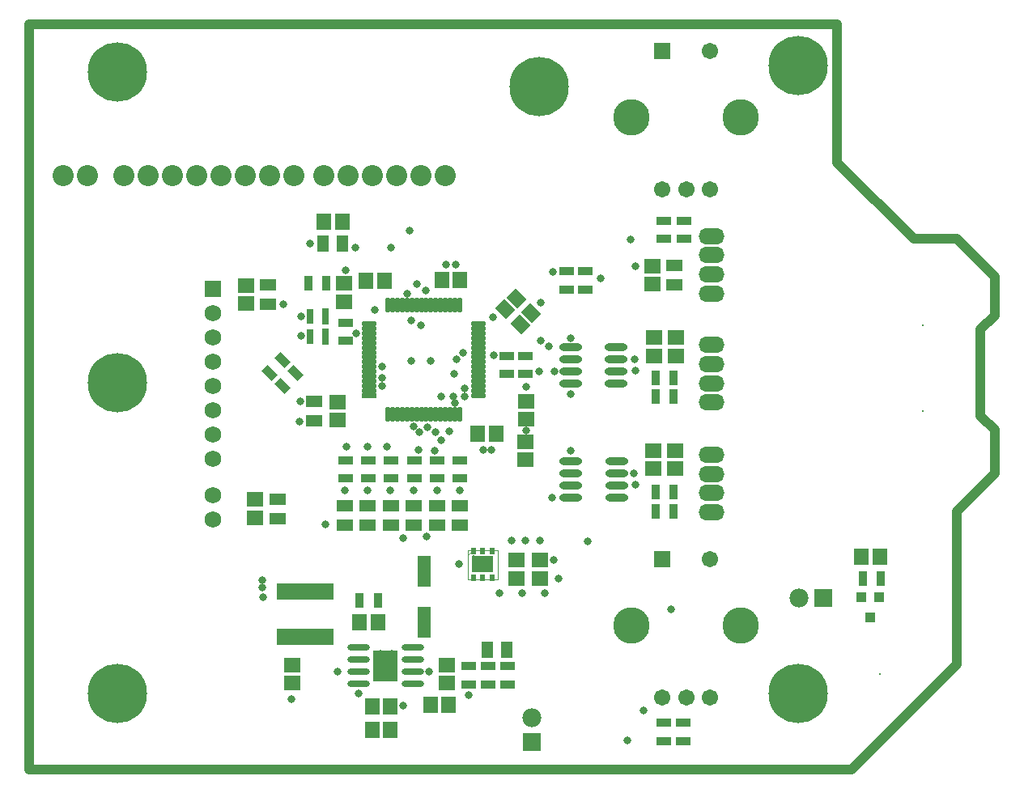
<source format=gbs>
G04*
G04 #@! TF.GenerationSoftware,Altium Limited,CircuitStudio,1.5.2 (1.5.2.30)*
G04*
G04 Layer_Color=8150272*
%FSLAX44Y44*%
%MOMM*%
G71*
G01*
G75*
%ADD15C,0.0254*%
%ADD16C,1.0000*%
%ADD68C,6.2032*%
%ADD69C,3.8032*%
%ADD70C,1.7032*%
%ADD71R,1.7032X1.7032*%
%ADD72C,0.2032*%
%ADD73C,2.2032*%
%ADD74C,1.7272*%
%ADD75R,1.7272X1.7272*%
%ADD76O,2.7032X1.7032*%
%ADD77C,1.9812*%
%ADD78R,1.9812X1.9812*%
%ADD79R,1.9812X1.9812*%
%ADD80C,0.8032*%
%ADD81R,0.9032X1.5032*%
%ADD82R,1.0160X1.1176*%
%ADD83R,1.5032X1.8032*%
G04:AMPARAMS|DCode=84|XSize=1.5032mm|YSize=0.9032mm|CornerRadius=0mm|HoleSize=0mm|Usage=FLASHONLY|Rotation=315.000|XOffset=0mm|YOffset=0mm|HoleType=Round|Shape=Rectangle|*
%AMROTATEDRECTD84*
4,1,4,-0.8508,0.2121,-0.2121,0.8508,0.8508,-0.2121,0.2121,-0.8508,-0.8508,0.2121,0.0*
%
%ADD84ROTATEDRECTD84*%

%ADD85O,1.5742X0.5542*%
%ADD86R,1.5032X0.9032*%
%ADD87R,5.9032X1.8032*%
%ADD88R,1.8032X1.5032*%
%ADD89R,1.7272X1.2032*%
%ADD90R,2.3032X1.8032*%
%ADD91R,0.5532X0.8032*%
%ADD92O,2.4032X0.8032*%
G04:AMPARAMS|DCode=93|XSize=1.6032mm|YSize=1.4032mm|CornerRadius=0mm|HoleSize=0mm|Usage=FLASHONLY|Rotation=135.000|XOffset=0mm|YOffset=0mm|HoleType=Round|Shape=Rectangle|*
%AMROTATEDRECTD93*
4,1,4,1.0629,-0.0707,0.0707,-1.0629,-1.0629,0.0707,-0.0707,1.0629,1.0629,-0.0707,0.0*
%
%ADD93ROTATEDRECTD93*%

%ADD94R,1.2032X1.7272*%
%ADD95O,2.3400X0.6400*%
%ADD96R,2.5400X3.2400*%
%ADD97R,1.4032X3.2032*%
%ADD98R,0.8032X1.6032*%
%ADD99R,0.8032X1.6532*%
%ADD100R,1.5742X0.5542*%
%ADD101O,0.5542X1.5742*%
D15*
X585622Y473186D02*
G03*
X585622Y473186I-762J0D01*
G01*
X578866Y479536D02*
X609854D01*
X578866Y448548D02*
Y479536D01*
Y448548D02*
X609854D01*
Y479536D01*
X578866Y474456D02*
X583946Y479536D01*
D16*
X1045000Y805000D02*
X1090000D01*
X965000Y885000D02*
X1045000Y805000D01*
X965000Y885000D02*
Y1030000D01*
X1090000Y360000D02*
Y520000D01*
X980000Y250000D02*
X1090000Y360000D01*
X965000Y250000D02*
X980000D01*
X1130000Y725000D02*
Y765000D01*
X1115000Y710000D02*
X1130000Y725000D01*
Y560000D02*
Y605000D01*
X1115000Y620000D02*
X1130000Y605000D01*
X1115000Y620000D02*
Y710000D01*
X1090000Y520000D02*
X1130000Y560000D01*
X120000Y250000D02*
X965000D01*
X1090000Y805000D02*
X1130000Y765000D01*
X120000Y1030000D02*
X965000D01*
X120000Y250000D02*
Y1030000D01*
D68*
X924000Y329000D02*
D03*
X212000D02*
D03*
Y654500D02*
D03*
Y980000D02*
D03*
X924000Y986000D02*
D03*
X653300Y964000D02*
D03*
D69*
X864250Y400250D02*
D03*
X750250D02*
D03*
X864250Y932000D02*
D03*
X750250D02*
D03*
D70*
X832250Y325250D02*
D03*
X807250D02*
D03*
X782250D02*
D03*
X832250Y470250D02*
D03*
Y857000D02*
D03*
X807250D02*
D03*
X782250D02*
D03*
X832250Y1002000D02*
D03*
D71*
X782250Y470250D02*
D03*
Y1002000D02*
D03*
D72*
X1010000Y350000D02*
D03*
X1055000Y715000D02*
D03*
Y625000D02*
D03*
D73*
X155600Y871500D02*
D03*
X181000D02*
D03*
X219100D02*
D03*
X244500D02*
D03*
X269900D02*
D03*
X295300D02*
D03*
X555300D02*
D03*
X529900D02*
D03*
X504500D02*
D03*
X479100D02*
D03*
X453700D02*
D03*
X428300D02*
D03*
X396900D02*
D03*
X371500D02*
D03*
X320700D02*
D03*
X346100D02*
D03*
D74*
X311750Y574750D02*
D03*
Y600150D02*
D03*
Y676350D02*
D03*
Y650950D02*
D03*
Y625550D02*
D03*
Y536650D02*
D03*
Y511250D02*
D03*
Y727150D02*
D03*
Y701750D02*
D03*
D75*
Y752550D02*
D03*
D76*
X834000Y748000D02*
D03*
Y768000D02*
D03*
Y788000D02*
D03*
Y808000D02*
D03*
X834000Y694000D02*
D03*
Y674000D02*
D03*
Y654000D02*
D03*
Y634000D02*
D03*
Y579000D02*
D03*
Y559000D02*
D03*
Y539000D02*
D03*
Y519000D02*
D03*
D77*
X924800Y429500D02*
D03*
X646000Y303700D02*
D03*
D78*
X950200Y429500D02*
D03*
D79*
X646000Y278300D02*
D03*
D80*
X611500Y434500D02*
D03*
X673860Y450020D02*
D03*
X569500Y464500D02*
D03*
X489500Y659750D02*
D03*
X667500Y770500D02*
D03*
X718000Y763500D02*
D03*
X525500Y758000D02*
D03*
X481500Y731000D02*
D03*
X515750Y748000D02*
D03*
X669000Y469000D02*
D03*
X535000Y751000D02*
D03*
X519250Y677000D02*
D03*
X540250D02*
D03*
X489500Y651000D02*
D03*
X655250Y698500D02*
D03*
X663500Y692500D02*
D03*
X606000Y683000D02*
D03*
X386090Y736340D02*
D03*
X753750Y776750D02*
D03*
X748750Y804250D02*
D03*
X791500Y417500D02*
D03*
X745250Y280250D02*
D03*
X494500Y587500D02*
D03*
X474250D02*
D03*
X451500D02*
D03*
X430250Y506000D02*
D03*
X704250Y488500D02*
D03*
X510750Y492000D02*
D03*
X527000Y584250D02*
D03*
X535500Y493750D02*
D03*
X763000Y311750D02*
D03*
X522500Y608500D02*
D03*
X536500Y608000D02*
D03*
X639500Y650250D02*
D03*
X653500Y666650D02*
D03*
X669650D02*
D03*
X686250Y583750D02*
D03*
X686000Y701250D02*
D03*
X686000Y642750D02*
D03*
X639500Y604625D02*
D03*
X603250Y584500D02*
D03*
X489500Y671500D02*
D03*
X528250Y602500D02*
D03*
X449950Y542000D02*
D03*
X570550D02*
D03*
X546430D02*
D03*
X521750D02*
D03*
X497750D02*
D03*
X473750D02*
D03*
X486860Y347020D02*
D03*
X498860D02*
D03*
Y358520D02*
D03*
X486860D02*
D03*
X499360Y370520D02*
D03*
X487360D02*
D03*
X461750Y706000D02*
D03*
X594750Y584000D02*
D03*
X403570Y635000D02*
D03*
X402750Y614000D02*
D03*
X404750Y704000D02*
D03*
X666750Y534700D02*
D03*
X753100Y679350D02*
D03*
X754000Y667250D02*
D03*
X753750Y548000D02*
D03*
X752850Y560100D02*
D03*
X655000Y738000D02*
D03*
X605250Y722750D02*
D03*
X538360Y352520D02*
D03*
X442360D02*
D03*
X580110Y327770D02*
D03*
X511360Y316520D02*
D03*
X464360Y329520D02*
D03*
X394360Y323520D02*
D03*
X594360Y464520D02*
D03*
X654360Y489520D02*
D03*
X639360D02*
D03*
X624360D02*
D03*
X659360Y434520D02*
D03*
X635430Y434500D02*
D03*
X404750Y724000D02*
D03*
X450750Y772000D02*
D03*
X545250Y603000D02*
D03*
X543750Y583500D02*
D03*
X551000Y594250D02*
D03*
X559000Y603750D02*
D03*
X555750Y778000D02*
D03*
X565750D02*
D03*
X573750Y685500D02*
D03*
X567250Y679000D02*
D03*
X575750Y640250D02*
D03*
X575770Y648750D02*
D03*
X550935Y640500D02*
D03*
X530000Y715000D02*
D03*
X520000Y720000D02*
D03*
X565000Y633000D02*
D03*
X564303Y663442D02*
D03*
X563999Y640499D02*
D03*
X364000Y448000D02*
D03*
X364500Y430500D02*
D03*
X364000Y440000D02*
D03*
X414000Y800000D02*
D03*
X461500Y795500D02*
D03*
X498500D02*
D03*
X517500Y813500D02*
D03*
D81*
X1010719Y449906D02*
D03*
X991719D02*
D03*
X775250Y660000D02*
D03*
X794250D02*
D03*
X775250Y640000D02*
D03*
X794250D02*
D03*
X775250Y540000D02*
D03*
X794250D02*
D03*
X775250Y520000D02*
D03*
X794250D02*
D03*
X411750Y758250D02*
D03*
X430750D02*
D03*
X484644Y426770D02*
D03*
X465644D02*
D03*
D82*
X999643Y409318D02*
D03*
X1009295Y430494D02*
D03*
X990143D02*
D03*
D83*
X990719Y472406D02*
D03*
X1009719D02*
D03*
X447250Y823250D02*
D03*
X428250D02*
D03*
X484610Y403520D02*
D03*
X465610D02*
D03*
X558736Y317270D02*
D03*
X539736D02*
D03*
X472250Y761000D02*
D03*
X491250D02*
D03*
X478860Y291270D02*
D03*
X497860D02*
D03*
Y316020D02*
D03*
X478860D02*
D03*
X608250Y601000D02*
D03*
X589250D02*
D03*
X570750Y761750D02*
D03*
X551750D02*
D03*
D84*
X371283Y665032D02*
D03*
X385282Y651282D02*
D03*
X398717Y664717D02*
D03*
X384717Y678467D02*
D03*
D85*
X475750Y661250D02*
D03*
Y666250D02*
D03*
Y646250D02*
D03*
Y651250D02*
D03*
Y656250D02*
D03*
Y671250D02*
D03*
Y676250D02*
D03*
Y681250D02*
D03*
Y686250D02*
D03*
Y691250D02*
D03*
Y696250D02*
D03*
Y701250D02*
D03*
Y706250D02*
D03*
Y711250D02*
D03*
Y716250D02*
D03*
X589750D02*
D03*
Y711250D02*
D03*
Y706250D02*
D03*
Y701250D02*
D03*
Y696250D02*
D03*
Y691250D02*
D03*
Y686250D02*
D03*
Y681250D02*
D03*
Y676250D02*
D03*
Y671250D02*
D03*
Y666250D02*
D03*
Y661250D02*
D03*
Y656250D02*
D03*
Y651250D02*
D03*
Y646250D02*
D03*
Y641250D02*
D03*
D86*
X681998Y752000D02*
D03*
Y771000D02*
D03*
X702000D02*
D03*
Y752000D02*
D03*
X805000Y824000D02*
D03*
Y805000D02*
D03*
X784000D02*
D03*
Y824000D02*
D03*
X638750Y663500D02*
D03*
Y682500D02*
D03*
X450750Y554500D02*
D03*
Y573500D02*
D03*
X474750Y554500D02*
D03*
Y573500D02*
D03*
X498750Y554500D02*
D03*
Y573500D02*
D03*
X522750Y554500D02*
D03*
Y573500D02*
D03*
X546750Y554500D02*
D03*
Y573500D02*
D03*
X570750Y554500D02*
D03*
Y573500D02*
D03*
X783625Y279750D02*
D03*
Y298750D02*
D03*
X804000D02*
D03*
Y279750D02*
D03*
X450750Y698500D02*
D03*
Y717500D02*
D03*
X619500Y663500D02*
D03*
Y682500D02*
D03*
X620000Y338770D02*
D03*
Y357770D02*
D03*
X600000Y338770D02*
D03*
Y357770D02*
D03*
X580110D02*
D03*
Y338770D02*
D03*
D87*
X409110Y435770D02*
D03*
Y388770D02*
D03*
D88*
X771750Y757750D02*
D03*
Y776750D02*
D03*
X773750Y701750D02*
D03*
Y682750D02*
D03*
X796750Y701750D02*
D03*
Y682750D02*
D03*
X654360Y469020D02*
D03*
Y450020D02*
D03*
X629360Y469020D02*
D03*
Y450020D02*
D03*
X795750Y583500D02*
D03*
Y564500D02*
D03*
X772750Y583500D02*
D03*
Y564500D02*
D03*
X639250Y592750D02*
D03*
Y573750D02*
D03*
X346750Y756250D02*
D03*
Y737250D02*
D03*
X394860Y359270D02*
D03*
Y340270D02*
D03*
X557110Y340020D02*
D03*
Y359020D02*
D03*
X449750Y739500D02*
D03*
Y758500D02*
D03*
X442250Y634500D02*
D03*
Y615500D02*
D03*
X639500Y616250D02*
D03*
Y635250D02*
D03*
X356250Y532250D02*
D03*
Y513250D02*
D03*
D89*
X795000Y777160D02*
D03*
Y756840D02*
D03*
X570550Y526160D02*
D03*
Y505840D02*
D03*
X546430Y526160D02*
D03*
Y505840D02*
D03*
X522310Y526160D02*
D03*
Y505840D02*
D03*
X498190Y526160D02*
D03*
Y505840D02*
D03*
X474070Y526160D02*
D03*
Y505840D02*
D03*
X449950Y526160D02*
D03*
Y505840D02*
D03*
X370000Y736340D02*
D03*
Y756660D02*
D03*
X418250Y634910D02*
D03*
Y614590D02*
D03*
X379764Y512510D02*
D03*
Y532830D02*
D03*
D90*
X594360Y464520D02*
D03*
D91*
X584860Y450520D02*
D03*
X594360D02*
D03*
X603860D02*
D03*
Y478520D02*
D03*
X594360D02*
D03*
X584860D02*
D03*
D92*
X734250Y572800D02*
D03*
Y560100D02*
D03*
Y547400D02*
D03*
Y534700D02*
D03*
X686250Y572800D02*
D03*
Y560100D02*
D03*
Y547400D02*
D03*
Y534700D02*
D03*
X734000Y692050D02*
D03*
Y679350D02*
D03*
Y666650D02*
D03*
Y653950D02*
D03*
X686000Y692050D02*
D03*
Y679350D02*
D03*
Y666650D02*
D03*
Y653950D02*
D03*
D93*
X644935Y727129D02*
D03*
X629379Y742685D02*
D03*
X633621Y715815D02*
D03*
X618065Y731371D02*
D03*
D94*
X427257Y800236D02*
D03*
X447577D02*
D03*
X598950Y375520D02*
D03*
X619270D02*
D03*
D95*
X464160Y339470D02*
D03*
Y352170D02*
D03*
Y364870D02*
D03*
Y377570D02*
D03*
X521560Y339470D02*
D03*
Y352170D02*
D03*
Y364870D02*
D03*
Y377570D02*
D03*
D96*
X492860Y358520D02*
D03*
D97*
X532860Y457520D02*
D03*
Y403520D02*
D03*
D98*
X413750Y703000D02*
D03*
Y724000D02*
D03*
D99*
X429750Y703000D02*
D03*
Y724000D02*
D03*
D100*
X475750Y641250D02*
D03*
D101*
X495250Y735750D02*
D03*
X500250D02*
D03*
X505250D02*
D03*
X510250D02*
D03*
X515250D02*
D03*
X520250D02*
D03*
X525250D02*
D03*
X530250D02*
D03*
X535250D02*
D03*
X540250D02*
D03*
X545250D02*
D03*
X550250D02*
D03*
X555250D02*
D03*
X560250D02*
D03*
X565250D02*
D03*
X570250D02*
D03*
Y621750D02*
D03*
X565250D02*
D03*
X560250D02*
D03*
X555250D02*
D03*
X550250D02*
D03*
X545250D02*
D03*
X540250D02*
D03*
X535250D02*
D03*
X530250D02*
D03*
X525250D02*
D03*
X520250D02*
D03*
X515250D02*
D03*
X510250D02*
D03*
X505250D02*
D03*
X500250D02*
D03*
X495250D02*
D03*
M02*

</source>
